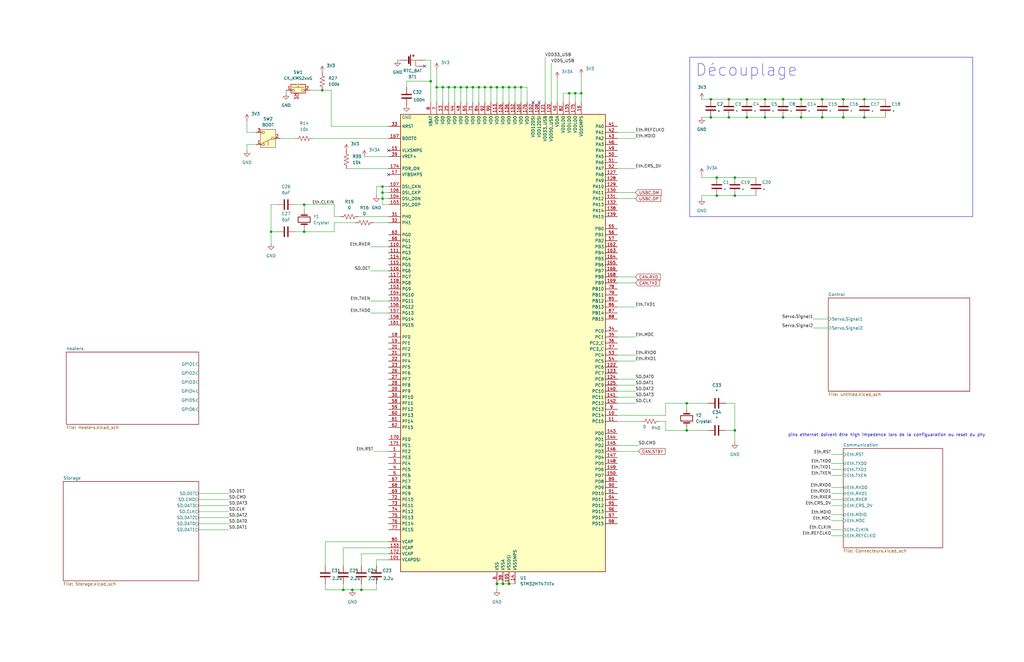
<source format=kicad_sch>
(kicad_sch (version 20250114) (generator "eeschema") (generator_version "9.0")
  (paper "B")
  (lib_symbols
    (symbol "0CSL_D1_V1:Battery_Holder_1025" (pin_numbers (hide yes)) (pin_names (offset 0) (hide yes))
      (property "Reference" "BT" (at 2.54 2.54 0))
      (property "Value" "Battery_Holder_1025" (at 2.54 0 0))
      (symbol "Battery_Holder_1025_0_1"
        (polyline (pts (xy -2.3876 2.8448) (xy -1.3716 2.8448)) (stroke (width 0.254)))
        (rectangle (start -2.286 1.778) (end 2.286 1.524) (fill (type outline)))
        (polyline (pts (xy -1.8796 3.3528) (xy -1.8796 2.3368)) (stroke (width 0.254)))
        (rectangle (start -1.5748 1.1938) (end 1.4732 0.6858) (fill (type outline)))
        (polyline (pts (xy 0 3.81) (xy 2.54 3.81) (xy 2.54 5.08)))
        (polyline (pts (xy 0 2.54) (xy 0 5.08)))
        (polyline (pts (xy 0 1.778) (xy 0 2.54)))
        (polyline (pts (xy 0 0.762) (xy 0 0)))
      )
      (symbol "Battery_Holder_1025_1_1"
        (pin power_out line (at 0 7.62 270) (length 2.54) (name "+") (number "1"))
        (pin passive line (at 0 -2.54 90) (length 2.54) (name "-") (number "2"))
        (pin power_out line (at 2.54 7.62 270) (length 2.54) (name "+") (number "3"))
      )
    )
    (symbol "Device:C" (pin_numbers (hide yes)) (pin_names (offset 0.254))
      (property "Reference" "C" (at 0.635 2.54 0))
      (property "Value" "C" (at 0.635 -2.54 0))
      (symbol "C_0_1"
        (polyline (pts (xy -2.032 0.762) (xy 2.032 0.762)) (stroke (width 0.508)))
        (polyline (pts (xy -2.032 -0.762) (xy 2.032 -0.762)) (stroke (width 0.508)))
      )
      (symbol "C_1_1"
        (pin passive line (at 0 3.81 270) (length 2.794) (name "~") (number "1"))
        (pin passive line (at 0 -3.81 90) (length 2.794) (name "~") (number "2"))
      )
    )
    (symbol "Device:Crystal" (pin_numbers (hide yes)) (pin_names (offset 1.016) (hide yes))
      (property "Reference" "Y" (at 0 3.81 0))
      (property "Value" "Crystal" (at 0 -3.81 0))
      (symbol "Crystal_0_1"
        (polyline (pts (xy -2.54 0) (xy -1.905 0)))
        (polyline (pts (xy -1.905 -1.27) (xy -1.905 1.27)) (stroke (width 0.508)))
        (rectangle (start -1.143 2.54) (end 1.143 -2.54) (stroke (width 0.3048)))
        (polyline (pts (xy 1.905 -1.27) (xy 1.905 1.27)) (stroke (width 0.508)))
        (polyline (pts (xy 2.54 0) (xy 1.905 0)))
      )
      (symbol "Crystal_1_1"
        (pin passive line (at -3.81 0 0) (length 1.27) (name "1") (number "1"))
        (pin passive line (at 3.81 0 180) (length 1.27) (name "2") (number "2"))
      )
    )
    (symbol "Device:R_US" (pin_numbers (hide yes)) (pin_names (offset 0))
      (property "Reference" "R" (at 2.54 0 90))
      (property "Value" "R_US" (at -2.54 0 90))
      (symbol "R_US_0_1"
        (polyline (pts (xy 0 2.286) (xy 0 2.54)))
        (polyline (pts (xy 0 2.286) (xy 1.016 1.905) (xy 0 1.524) (xy -1.016 1.143) (xy 0 0.762)))
        (polyline (pts (xy 0 0.762) (xy 1.016 0.381) (xy 0 0) (xy -1.016 -0.381) (xy 0 -0.762)))
        (polyline (pts (xy 0 -0.762) (xy 1.016 -1.143) (xy 0 -1.524) (xy -1.016 -1.905) (xy 0 -2.286)))
        (polyline (pts (xy 0 -2.286) (xy 0 -2.54)))
      )
      (symbol "R_US_1_1"
        (pin passive line (at 0 3.81 270) (length 1.27) (name "~") (number "1"))
        (pin passive line (at 0 -3.81 90) (length 1.27) (name "~") (number "2"))
      )
    )
    (symbol "MCU_ST_STM32H7:STM32H747IITx"
      (property "Reference" "U" (at -43.18 97.79 0))
      (property "Value" "STM32H747IITx" (at 35.56 97.79 0))
      (symbol "STM32H747IITx_0_1"
        (rectangle (start -43.18 -96.52) (end 43.18 96.52) (stroke (width 0.254)) (fill (type background)))
      )
      (symbol "STM32H747IITx_1_1"
        (pin input line (at -48.26 91.44 0) (length 5.08) (name "NRST") (number "33"))
        (pin input line (at -48.26 86.36 0) (length 5.08) (name "BOOT0") (number "167"))
        (pin power_in line (at -48.26 81.28 0) (length 5.08) (name "VLXSMPS") (number "15"))
        (pin input line (at -48.26 78.74 0) (length 5.08) (name "VREF+") (number "39"))
        (pin input line (at -48.26 73.66 0) (length 5.08) (name "PDR_ON") (number "174"))
        (pin input line (at -48.26 71.12 0) (length 5.08) (name "VFBSMPS") (number "17"))
        (pin bidirectional line (at -48.26 66.04 0) (length 5.08) (name "DSI_CKN") (number "107"))
        (pin bidirectional line (at -48.26 63.5 0) (length 5.08) (name "DSI_CKP") (number "106"))
        (pin bidirectional line (at -48.26 60.96 0) (length 5.08) (name "DSI_D0N") (number "104"))
        (pin bidirectional line (at -48.26 58.42 0) (length 5.08) (name "DSI_D0P") (number "103"))
        (pin bidirectional line (at -48.26 53.34 0) (length 5.08) (name "PH0") (number "31"))
        (pin bidirectional line (at -48.26 50.8 0) (length 5.08) (name "PH1") (number "32"))
        (pin bidirectional line (at -48.26 45.72 0) (length 5.08) (name "PG0") (number "63"))
        (pin bidirectional line (at -48.26 43.18 0) (length 5.08) (name "PG1") (number "66"))
        (pin bidirectional line (at -48.26 40.64 0) (length 5.08) (name "PG2") (number "110"))
        (pin bidirectional line (at -48.26 38.1 0) (length 5.08) (name "PG3") (number "111"))
        (pin bidirectional line (at -48.26 35.56 0) (length 5.08) (name "PG4") (number "114"))
        (pin bidirectional line (at -48.26 33.02 0) (length 5.08) (name "PG5") (number "115"))
        (pin bidirectional line (at -48.26 30.48 0) (length 5.08) (name "PG6") (number "116"))
        (pin bidirectional line (at -48.26 27.94 0) (length 5.08) (name "PG7") (number "117"))
        (pin bidirectional line (at -48.26 25.4 0) (length 5.08) (name "PG8") (number "118"))
        (pin bidirectional line (at -48.26 22.86 0) (length 5.08) (name "PG9") (number "153"))
        (pin bidirectional line (at -48.26 20.32 0) (length 5.08) (name "PG10") (number "154"))
        (pin bidirectional line (at -48.26 17.78 0) (length 5.08) (name "PG11") (number "155"))
        (pin bidirectional line (at -48.26 15.24 0) (length 5.08) (name "PG12") (number "156"))
        (pin bidirectional line (at -48.26 12.7 0) (length 5.08) (name "PG13") (number "157"))
        (pin bidirectional line (at -48.26 10.16 0) (length 5.08) (name "PG14") (number "158"))
        (pin bidirectional line (at -48.26 7.62 0) (length 5.08) (name "PG15") (number "161"))
        (pin bidirectional line (at -48.26 2.54 0) (length 5.08) (name "PF0") (number "18"))
        (pin bidirectional line (at -48.26 0 0) (length 5.08) (name "PF1") (number "19"))
        (pin bidirectional line (at -48.26 -2.54 0) (length 5.08) (name "PF2") (number "20"))
        (pin bidirectional line (at -48.26 -5.08 0) (length 5.08) (name "PF3") (number "21"))
        (pin bidirectional line (at -48.26 -7.62 0) (length 5.08) (name "PF4") (number "22"))
        (pin bidirectional line (at -48.26 -10.16 0) (length 5.08) (name "PF5") (number "23"))
        (pin bidirectional line (at -48.26 -12.7 0) (length 5.08) (name "PF6") (number "26"))
        (pin bidirectional line (at -48.26 -15.24 0) (length 5.08) (name "PF7") (number "27"))
        (pin bidirectional line (at -48.26 -17.78 0) (length 5.08) (name "PF8") (number "28"))
        (pin bidirectional line (at -48.26 -20.32 0) (length 5.08) (name "PF9") (number "29"))
        (pin bidirectional line (at -48.26 -22.86 0) (length 5.08) (name "PF10") (number "30"))
        (pin bidirectional line (at -48.26 -25.4 0) (length 5.08) (name "PF11") (number "58"))
        (pin bidirectional line (at -48.26 -27.94 0) (length 5.08) (name "PF12") (number "59"))
        (pin bidirectional line (at -48.26 -30.48 0) (length 5.08) (name "PF13") (number "60"))
        (pin bidirectional line (at -48.26 -33.02 0) (length 5.08) (name "PF14") (number "61"))
        (pin bidirectional line (at -48.26 -35.56 0) (length 5.08) (name "PF15") (number "62"))
        (pin bidirectional line (at -48.26 -40.64 0) (length 5.08) (name "PE0") (number "170"))
        (pin bidirectional line (at -48.26 -43.18 0) (length 5.08) (name "PE1") (number "171"))
        (pin bidirectional line (at -48.26 -45.72 0) (length 5.08) (name "PE2") (number "1"))
        (pin bidirectional line (at -48.26 -48.26 0) (length 5.08) (name "PE3") (number "2"))
        (pin bidirectional line (at -48.26 -50.8 0) (length 5.08) (name "PE4") (number "3"))
        (pin bidirectional line (at -48.26 -53.34 0) (length 5.08) (name "PE5") (number "4"))
        (pin bidirectional line (at -48.26 -55.88 0) (length 5.08) (name "PE6") (number "5"))
        (pin bidirectional line (at -48.26 -58.42 0) (length 5.08) (name "PE7") (number "67"))
        (pin bidirectional line (at -48.26 -60.96 0) (length 5.08) (name "PE8") (number "68"))
        (pin bidirectional line (at -48.26 -63.5 0) (length 5.08) (name "PE9") (number "69"))
        (pin bidirectional line (at -48.26 -66.04 0) (length 5.08) (name "PE10") (number "72"))
        (pin bidirectional line (at -48.26 -68.58 0) (length 5.08) (name "PE11") (number "73"))
        (pin bidirectional line (at -48.26 -71.12 0) (length 5.08) (name "PE12") (number "74"))
        (pin bidirectional line (at -48.26 -73.66 0) (length 5.08) (name "PE13") (number "75"))
        (pin bidirectional line (at -48.26 -76.2 0) (length 5.08) (name "PE14") (number "76"))
        (pin bidirectional line (at -48.26 -78.74 0) (length 5.08) (name "PE15") (number "77"))
        (pin power_out line (at -48.26 -83.82 0) (length 5.08) (name "VCAP") (number "80"))
        (pin power_out line (at -48.26 -86.36 0) (length 5.08) (name "VCAP") (number "133"))
        (pin power_out line (at -48.26 -88.9 0) (length 5.08) (name "VCAP") (number "172"))
        (pin power_out line (at -48.26 -91.44 0) (length 5.08) (name "VCAPDSI") (number "101"))
        (pin power_in line (at -30.48 101.6 270) (length 5.08) (name "VBAT") (number "8"))
        (pin power_in line (at -27.94 101.6 270) (length 5.08) (name "VDD") (number "7"))
        (pin power_in line (at -25.4 101.6 270) (length 5.08) (name "VDD") (number "13"))
        (pin power_in line (at -22.86 101.6 270) (length 5.08) (name "VDD") (number "25"))
        (pin power_in line (at -20.32 101.6 270) (length 5.08) (name "VDD") (number "44"))
        (pin power_in line (at -17.78 101.6 270) (length 5.08) (name "VDD") (number "48"))
        (pin power_in line (at -15.24 101.6 270) (length 5.08) (name "VDD") (number "65"))
        (pin power_in line (at -12.7 101.6 270) (length 5.08) (name "VDD") (number "71"))
        (pin power_in line (at -10.16 101.6 270) (length 5.08) (name "VDD") (number "84"))
        (pin power_in line (at -7.62 101.6 270) (length 5.08) (name "VDD") (number "92"))
        (pin power_in line (at -5.08 101.6 270) (length 5.08) (name "VDD") (number "99"))
        (pin power_in line (at -2.54 101.6 270) (length 5.08) (name "VDD") (number "113"))
        (pin passive line (at -2.54 -101.6 90) (length 5.08) (hide yes) (name "VSS") (number "100"))
        (pin passive line (at -2.54 -101.6 90) (length 5.08) (hide yes) (name "VSS") (number "112"))
        (pin passive line (at -2.54 -101.6 90) (length 5.08) (hide yes) (name "VSS") (number "119"))
        (pin passive line (at -2.54 -101.6 90) (length 5.08) (hide yes) (name "VSS") (number "12"))
        (pin passive line (at -2.54 -101.6 90) (length 5.08) (hide yes) (name "VSS") (number "134"))
        (pin passive line (at -2.54 -101.6 90) (length 5.08) (hide yes) (name "VSS") (number "137"))
        (pin passive line (at -2.54 -101.6 90) (length 5.08) (hide yes) (name "VSS") (number "151"))
        (pin passive line (at -2.54 -101.6 90) (length 5.08) (hide yes) (name "VSS") (number "159"))
        (pin passive line (at -2.54 -101.6 90) (length 5.08) (hide yes) (name "VSS") (number "173"))
        (pin passive line (at -2.54 -101.6 90) (length 5.08) (hide yes) (name "VSS") (number "24"))
        (pin passive line (at -2.54 -101.6 90) (length 5.08) (hide yes) (name "VSS") (number "45"))
        (pin passive line (at -2.54 -101.6 90) (length 5.08) (hide yes) (name "VSS") (number "47"))
        (pin power_in line (at -2.54 -101.6 90) (length 5.08) (name "VSS") (number "6"))
        (pin passive line (at -2.54 -101.6 90) (length 5.08) (hide yes) (name "VSS") (number "64"))
        (pin passive line (at -2.54 -101.6 90) (length 5.08) (hide yes) (name "VSS") (number "70"))
        (pin passive line (at -2.54 -101.6 90) (length 5.08) (hide yes) (name "VSS") (number "81"))
        (pin passive line (at -2.54 -101.6 90) (length 5.08) (hide yes) (name "VSS") (number "83"))
        (pin passive line (at -2.54 -101.6 90) (length 5.08) (hide yes) (name "VSS") (number "93"))
        (pin power_in line (at 0 101.6 270) (length 5.08) (name "VDD") (number "126"))
        (pin power_in line (at 0 -101.6 90) (length 5.08) (name "VSSA") (number "38"))
        (pin power_in line (at 2.54 101.6 270) (length 5.08) (name "VDD") (number "136"))
        (pin power_in line (at 2.54 -101.6 90) (length 5.08) (name "VSSDSI") (number "105"))
        (pin passive line (at 2.54 -101.6 90) (length 5.08) (hide yes) (name "VSSDSI") (number "109"))
        (pin power_in line (at 5.08 101.6 270) (length 5.08) (name "VDD") (number "152"))
        (pin power_in line (at 5.08 -101.6 90) (length 5.08) (name "VSSSMPS") (number "14"))
        (pin power_in line (at 7.62 101.6 270) (length 5.08) (name "VDD") (number "160"))
        (pin power_in line (at 10.16 101.6 270) (length 5.08) (name "VDD") (number "176"))
        (pin power_in line (at 12.7 101.6 270) (length 5.08) (name "VDD12DSI") (number "102"))
        (pin power_in line (at 15.24 101.6 270) (length 5.08) (name "VDD12DSI") (number "108"))
        (pin power_in line (at 17.78 101.6 270) (length 5.08) (name "VDD33_USB") (number "121"))
        (pin power_in line (at 20.32 101.6 270) (length 5.08) (name "VDD50_USB") (number "120"))
        (pin power_in line (at 22.86 101.6 270) (length 5.08) (name "VDDA") (number "40"))
        (pin power_in line (at 25.4 101.6 270) (length 5.08) (name "VDDLDO") (number "82"))
        (pin power_in line (at 27.94 101.6 270) (length 5.08) (name "VDDLDO") (number "135"))
        (pin power_in line (at 30.48 101.6 270) (length 5.08) (name "VDDLDO") (number "175"))
        (pin power_in line (at 33.02 101.6 270) (length 5.08) (name "VDDSMPS") (number "16"))
        (pin bidirectional line (at 48.26 91.44 180) (length 5.08) (name "PA0") (number "41"))
        (pin bidirectional line (at 48.26 88.9 180) (length 5.08) (name "PA1") (number "42"))
        (pin bidirectional line (at 48.26 86.36 180) (length 5.08) (name "PA2") (number "43"))
        (pin bidirectional line (at 48.26 83.82 180) (length 5.08) (name "PA3") (number "46"))
        (pin bidirectional line (at 48.26 81.28 180) (length 5.08) (name "PA4") (number "49"))
        (pin bidirectional line (at 48.26 78.74 180) (length 5.08) (name "PA5") (number "50"))
        (pin bidirectional line (at 48.26 76.2 180) (length 5.08) (name "PA6") (number "51"))
        (pin bidirectional line (at 48.26 73.66 180) (length 5.08) (name "PA7") (number "52"))
        (pin bidirectional line (at 48.26 71.12 180) (length 5.08) (name "PA8") (number "127"))
        (pin bidirectional line (at 48.26 68.58 180) (length 5.08) (name "PA9") (number "128"))
        (pin bidirectional line (at 48.26 66.04 180) (length 5.08) (name "PA10") (number "129"))
        (pin bidirectional line (at 48.26 63.5 180) (length 5.08) (name "PA11") (number "130"))
        (pin bidirectional line (at 48.26 60.96 180) (length 5.08) (name "PA12") (number "131"))
        (pin bidirectional line (at 48.26 58.42 180) (length 5.08) (name "PA13") (number "132"))
        (pin bidirectional line (at 48.26 55.88 180) (length 5.08) (name "PA14") (number "138"))
        (pin bidirectional line (at 48.26 53.34 180) (length 5.08) (name "PA15") (number "139"))
        (pin bidirectional line (at 48.26 48.26 180) (length 5.08) (name "PB0") (number "55"))
        (pin bidirectional line (at 48.26 45.72 180) (length 5.08) (name "PB1") (number "56"))
        (pin bidirectional line (at 48.26 43.18 180) (length 5.08) (name "PB2") (number "57"))
        (pin bidirectional line (at 48.26 40.64 180) (length 5.08) (name "PB3") (number "162"))
        (pin bidirectional line (at 48.26 38.1 180) (length 5.08) (name "PB4") (number "163"))
        (pin bidirectional line (at 48.26 35.56 180) (length 5.08) (name "PB5") (number "164"))
        (pin bidirectional line (at 48.26 33.02 180) (length 5.08) (name "PB6") (number "165"))
        (pin bidirectional line (at 48.26 30.48 180) (length 5.08) (name "PB7") (number "166"))
        (pin bidirectional line (at 48.26 27.94 180) (length 5.08) (name "PB8") (number "168"))
        (pin bidirectional line (at 48.26 25.4 180) (length 5.08) (name "PB9") (number "169"))
        (pin bidirectional line (at 48.26 22.86 180) (length 5.08) (name "PB10") (number "78"))
        (pin bidirectional line (at 48.26 20.32 180) (length 5.08) (name "PB11") (number "79"))
        (pin bidirectional line (at 48.26 17.78 180) (length 5.08) (name "PB12") (number "85"))
        (pin bidirectional line (at 48.26 15.24 180) (length 5.08) (name "PB13") (number "86"))
        (pin bidirectional line (at 48.26 12.7 180) (length 5.08) (name "PB14") (number "87"))
        (pin bidirectional line (at 48.26 10.16 180) (length 5.08) (name "PB15") (number "88"))
        (pin bidirectional line (at 48.26 5.08 180) (length 5.08) (name "PC0") (number "34"))
        (pin bidirectional line (at 48.26 2.54 180) (length 5.08) (name "PC1") (number "35"))
        (pin bidirectional line (at 48.26 0 180) (length 5.08) (name "PC2_C") (number "36"))
        (pin bidirectional line (at 48.26 -2.54 180) (length 5.08) (name "PC3_C") (number "37"))
        (pin bidirectional line (at 48.26 -5.08 180) (length 5.08) (name "PC4") (number "53"))
        (pin bidirectional line (at 48.26 -7.62 180) (length 5.08) (name "PC5") (number "54"))
        (pin bidirectional line (at 48.26 -10.16 180) (length 5.08) (name "PC6") (number "122"))
        (pin bidirectional line (at 48.26 -12.7 180) (length 5.08) (name "PC7") (number "123"))
        (pin bidirectional line (at 48.26 -15.24 180) (length 5.08) (name "PC8") (number "124"))
        (pin bidirectional line (at 48.26 -17.78 180) (length 5.08) (name "PC9") (number "125"))
        (pin bidirectional line (at 48.26 -20.32 180) (length 5.08) (name "PC10") (number "140"))
        (pin bidirectional line (at 48.26 -22.86 180) (length 5.08) (name "PC11") (number "141"))
        (pin bidirectional line (at 48.26 -25.4 180) (length 5.08) (name "PC12") (number "142"))
        (pin bidirectional line (at 48.26 -27.94 180) (length 5.08) (name "PC13") (number "9"))
        (pin bidirectional line (at 48.26 -30.48 180) (length 5.08) (name "PC14") (number "10"))
        (pin bidirectional line (at 48.26 -33.02 180) (length 5.08) (name "PC15") (number "11"))
        (pin bidirectional line (at 48.26 -38.1 180) (length 5.08) (name "PD0") (number "143"))
        (pin bidirectional line (at 48.26 -40.64 180) (length 5.08) (name "PD1") (number "144"))
        (pin bidirectional line (at 48.26 -43.18 180) (length 5.08) (name "PD2") (number "145"))
        (pin bidirectional line (at 48.26 -45.72 180) (length 5.08) (name "PD3") (number "146"))
        (pin bidirectional line (at 48.26 -48.26 180) (length 5.08) (name "PD4") (number "147"))
        (pin bidirectional line (at 48.26 -50.8 180) (length 5.08) (name "PD5") (number "148"))
        (pin bidirectional line (at 48.26 -53.34 180) (length 5.08) (name "PD6") (number "149"))
        (pin bidirectional line (at 48.26 -55.88 180) (length 5.08) (name "PD7") (number "150"))
        (pin bidirectional line (at 48.26 -58.42 180) (length 5.08) (name "PD8") (number "89"))
        (pin bidirectional line (at 48.26 -60.96 180) (length 5.08) (name "PD9") (number "90"))
        (pin bidirectional line (at 48.26 -63.5 180) (length 5.08) (name "PD10") (number "91"))
        (pin bidirectional line (at 48.26 -66.04 180) (length 5.08) (name "PD11") (number "94"))
        (pin bidirectional line (at 48.26 -68.58 180) (length 5.08) (name "PD12") (number "95"))
        (pin bidirectional line (at 48.26 -71.12 180) (length 5.08) (name "PD13") (number "96"))
        (pin bidirectional line (at 48.26 -73.66 180) (length 5.08) (name "PD14") (number "97"))
        (pin bidirectional line (at 48.26 -76.2 180) (length 5.08) (name "PD15") (number "98"))
      )
    )
    (symbol "Switch:CK_KMS2xxG" (pin_names (offset 1.016) (hide yes))
      (property "Reference" "SW" (at 4.318 2.032 0))
      (property "Value" "CK_KMS2xxG" (at 0 4.572 0))
      (symbol "CK_KMS2xxG_0_1"
        (circle (center -2.032 0) (radius 0.508))
        (polyline (pts (xy 0 1.27) (xy 0 3.048)))
        (polyline (pts (xy 0.508 2.54) (xy 3.048 2.54) (xy 3.048 -1.143) (xy -3.048 -1.143) (xy -3.048 2.54) (xy -0.508 2.54)) (stroke (width -0.0254)))
        (polyline (pts (xy 0.508 2.54) (xy 3.048 2.54) (xy 3.048 -1.143) (xy -3.048 -1.143) (xy -3.048 2.54) (xy -0.508 2.54)) (stroke (width 0.254)))
        (circle (center 2.032 0) (radius 0.508))
        (polyline (pts (xy 2.54 1.27) (xy -2.54 1.27)))
        (pin passive line (at -5.08 0 0) (length 2.54) (name "1") (number "1"))
        (pin passive line (at 5.08 0 180) (length 2.54) (name "2") (number "2"))
      )
      (symbol "CK_KMS2xxG_1_1"
        (rectangle (start -3.048 2.54) (end 3.048 -1.27) (stroke (width -0.0254)) (fill (type background)))
        (pin passive line (at 0 -3.81 90) (length 2.54) (name "B") (number "SH"))
      )
    )
    (symbol "Switch:SW_Push_SPDT" (pin_names (offset 0) (hide yes))
      (property "Reference" "SW" (at 0 5.08 0))
      (property "Value" "SW_Push_SPDT" (at 0 -5.08 0))
      (symbol "SW_Push_SPDT_0_0"
        (circle (center -2.032 0) (radius 0.508))
        (polyline (pts (xy 0 1.016) (xy 0 3.048)))
        (circle (center 2.032 -2.54) (radius 0.508))
      )
      (symbol "SW_Push_SPDT_0_1"
        (polyline (pts (xy -1.524 0.2032) (xy 2.3368 1.9812)))
        (circle (center 2.032 2.54) (radius 0.508))
      )
      (symbol "SW_Push_SPDT_1_1"
        (rectangle (start -3.175 3.81) (end 3.175 -3.81) (fill (type background)))
        (pin passive line (at -5.08 0 0) (length 2.54) (name "B") (number "2"))
        (pin passive line (at 5.08 2.54 180) (length 2.54) (name "A") (number "1"))
        (pin passive line (at 5.08 -2.54 180) (length 2.54) (name "C") (number "3"))
      )
    )
    (symbol "power:+3.3V" (power) (pin_numbers (hide yes)) (pin_names (offset 0) (hide yes))
      (property "Value" "+3.3V" (at 0 3.556 0))
      (symbol "+3.3V_0_1"
        (polyline (pts (xy -0.762 1.27) (xy 0 2.54)))
        (polyline (pts (xy 0 2.54) (xy 0.762 1.27)))
        (polyline (pts (xy 0 0) (xy 0 2.54)))
      )
      (symbol "+3.3V_1_1"
        (pin power_in line (at 0 0 90) (length 0) (name "~") (number "1"))
      )
    )
    (symbol "power:GND" (power) (pin_numbers (hide yes)) (pin_names (offset 0) (hide yes))
      (property "Value" "GND" (at 0 -3.81 0))
      (symbol "GND_0_1"
        (polyline (pts (xy 0 0) (xy 0 -1.27) (xy 1.27 -1.27) (xy 0 -2.54) (xy -1.27 -1.27) (xy 0 -1.27)))
      )
      (symbol "GND_1_1"
        (pin power_in line (at 0 0 270) (length 0) (name "~") (number "1"))
      )
    )
  )
  (rectangle (start 290.83 24.13) (end 410.21 91.44))
  (text "pins ethernet doivent être high impedence lors de la configuaration ou reset du phy" (at 373.888 183.642 0) (effects (font (size 1.27 1.27))))
  (text "Découplage" (at 293.116 29.718 0) (effects (font (size 5 5)) (justify left)))
  (junction (at 337.82 41.91))
  (junction (at 181.61 34.29))
  (junction (at 161.29 81.28))
  (junction (at 245.11 39.37))
  (junction (at 302.26 74.93))
  (junction (at 217.17 36.83))
  (junction (at 148.59 248.92))
  (junction (at 199.39 36.83))
  (junction (at 314.96 49.53))
  (junction (at 355.6 49.53))
  (junction (at 135.89 38.1))
  (junction (at 161.29 78.74))
  (junction (at 314.96 41.91))
  (junction (at 330.2 49.53))
  (junction (at 214.63 246.38))
  (junction (at 309.88 181.61))
  (junction (at 322.58 49.53))
  (junction (at 204.47 36.83))
  (junction (at 128.27 86.36))
  (junction (at 196.85 36.83))
  (junction (at 201.93 36.83))
  (junction (at 194.31 36.83))
  (junction (at 191.77 36.83))
  (junction (at 219.71 36.83))
  (junction (at 128.27 97.79))
  (junction (at 161.29 83.82))
  (junction (at 209.55 246.38))
  (junction (at 309.88 82.55))
  (junction (at 355.6 41.91))
  (junction (at 186.69 36.83))
  (junction (at 289.56 170.18))
  (junction (at 337.82 49.53))
  (junction (at 364.49 49.53))
  (junction (at 289.56 181.61))
  (junction (at 144.78 248.92))
  (junction (at 346.71 49.53))
  (junction (at 152.4 248.92))
  (junction (at 307.34 41.91))
  (junction (at 302.26 82.55))
  (junction (at 212.09 36.83))
  (junction (at 242.57 39.37))
  (junction (at 189.23 36.83))
  (junction (at 307.34 49.53))
  (junction (at 240.03 39.37))
  (junction (at 214.63 36.83))
  (junction (at 209.55 36.83))
  (junction (at 346.71 41.91))
  (junction (at 184.15 36.83))
  (junction (at 364.49 41.91))
  (junction (at 114.3 97.79))
  (junction (at 299.72 41.91))
  (junction (at 330.2 41.91))
  (junction (at 299.72 49.53))
  (junction (at 212.09 246.38))
  (junction (at 322.58 41.91))
  (junction (at 309.88 74.93))
  (junction (at 207.01 36.83))
  (no_connect (at 179.07 27.94))
  (no_connect (at 163.83 73.66))
  (no_connect (at 224.79 43.18))
  (no_connect (at 163.83 63.5))
  (no_connect (at 227.33 43.18))
  (wire (pts (xy 204.47 36.83) (xy 201.93 36.83)))
  (wire (pts (xy 128.27 97.79) (xy 124.46 97.79)))
  (wire (pts (xy 137.16 246.38) (xy 137.16 248.92)))
  (wire (pts (xy 161.29 81.28) (xy 163.83 81.28)))
  (wire (pts (xy 156.21 114.3) (xy 163.83 114.3)))
  (wire (pts (xy 355.6 49.53) (xy 364.49 49.53)))
  (wire (pts (xy 96.52 218.44) (xy 83.82 218.44)))
  (wire (pts (xy 107.95 55.88) (xy 104.14 55.88)))
  (wire (pts (xy 260.35 142.24) (xy 267.97 142.24)))
  (wire (pts (xy 128.27 86.36) (xy 124.46 86.36)))
  (wire (pts (xy 364.49 41.91) (xy 373.38 41.91)))
  (wire (pts (xy 104.14 60.96) (xy 104.14 63.5)))
  (wire (pts (xy 350.52 219.71) (xy 355.6 219.71)))
  (wire (pts (xy 280.67 177.8) (xy 280.67 181.61)))
  (wire (pts (xy 289.56 180.34) (xy 289.56 181.61)))
  (wire (pts (xy 295.91 74.93) (xy 302.26 74.93)))
  (wire (pts (xy 302.26 74.93) (xy 309.88 74.93)))
  (wire (pts (xy 337.82 49.53) (xy 346.71 49.53)))
  (wire (pts (xy 139.7 53.34) (xy 163.83 53.34)))
  (wire (pts (xy 260.35 177.8) (xy 270.51 177.8)))
  (wire (pts (xy 209.55 246.38) (xy 212.09 246.38)))
  (wire (pts (xy 295.91 41.91) (xy 299.72 41.91)))
  (wire (pts (xy 240.03 39.37) (xy 242.57 39.37)))
  (wire (pts (xy 350.52 213.36) (xy 355.6 213.36)))
  (wire (pts (xy 350.52 208.28) (xy 355.6 208.28)))
  (wire (pts (xy 161.29 81.28) (xy 161.29 83.82)))
  (wire (pts (xy 135.89 38.1) (xy 139.7 38.1)))
  (wire (pts (xy 330.2 41.91) (xy 337.82 41.91)))
  (wire (pts (xy 219.71 36.83) (xy 217.17 36.83)))
  (wire (pts (xy 280.67 181.61) (xy 289.56 181.61)))
  (wire (pts (xy 167.64 25.4) (xy 168.91 25.4)))
  (wire (pts (xy 189.23 36.83) (xy 186.69 36.83)))
  (wire (pts (xy 217.17 36.83) (xy 217.17 43.18)))
  (wire (pts (xy 191.77 36.83) (xy 189.23 36.83)))
  (wire (pts (xy 289.56 170.18) (xy 298.45 170.18)))
  (wire (pts (xy 346.71 41.91) (xy 355.6 41.91)))
  (wire (pts (xy 267.97 165.1) (xy 260.35 165.1)))
  (wire (pts (xy 156.21 132.08) (xy 163.83 132.08)))
  (wire (pts (xy 96.52 210.82) (xy 83.82 210.82)))
  (wire (pts (xy 309.88 82.55) (xy 318.77 82.55)))
  (wire (pts (xy 161.29 78.74) (xy 161.29 81.28)))
  (wire (pts (xy 161.29 83.82) (xy 161.29 86.36)))
  (wire (pts (xy 96.52 213.36) (xy 83.82 213.36)))
  (wire (pts (xy 260.35 71.12) (xy 267.97 71.12)))
  (wire (pts (xy 260.35 119.38) (xy 267.97 119.38)))
  (wire (pts (xy 280.67 170.18) (xy 289.56 170.18)))
  (wire (pts (xy 350.52 195.58) (xy 355.6 195.58)))
  (wire (pts (xy 212.09 246.38) (xy 214.63 246.38)))
  (wire (pts (xy 355.6 41.91) (xy 364.49 41.91)))
  (wire (pts (xy 118.11 58.42) (xy 124.46 58.42)))
  (wire (pts (xy 309.88 181.61) (xy 306.07 181.61)))
  (wire (pts (xy 299.72 41.91) (xy 307.34 41.91)))
  (wire (pts (xy 144.78 231.14) (xy 163.83 231.14)))
  (wire (pts (xy 161.29 83.82) (xy 163.83 83.82)))
  (wire (pts (xy 207.01 36.83) (xy 204.47 36.83)))
  (wire (pts (xy 307.34 49.53) (xy 299.72 49.53)))
  (wire (pts (xy 146.05 71.12) (xy 163.83 71.12)))
  (wire (pts (xy 179.07 25.4) (xy 181.61 25.4)))
  (wire (pts (xy 191.77 36.83) (xy 191.77 43.18)))
  (wire (pts (xy 260.35 116.84) (xy 267.97 116.84)))
  (wire (pts (xy 350.52 205.74) (xy 355.6 205.74)))
  (wire (pts (xy 350.52 217.17) (xy 355.6 217.17)))
  (wire (pts (xy 140.97 86.36) (xy 140.97 91.44)))
  (wire (pts (xy 148.59 248.92) (xy 152.4 248.92)))
  (wire (pts (xy 350.52 226.06) (xy 355.6 226.06)))
  (wire (pts (xy 337.82 49.53) (xy 330.2 49.53)))
  (wire (pts (xy 214.63 36.83) (xy 212.09 36.83)))
  (wire (pts (xy 158.75 246.38) (xy 158.75 248.92)))
  (wire (pts (xy 314.96 41.91) (xy 322.58 41.91)))
  (wire (pts (xy 350.52 223.52) (xy 355.6 223.52)))
  (wire (pts (xy 96.52 220.98) (xy 83.82 220.98)))
  (wire (pts (xy 295.91 82.55) (xy 302.26 82.55)))
  (wire (pts (xy 245.11 39.37) (xy 245.11 43.18)))
  (wire (pts (xy 96.52 208.28) (xy 83.82 208.28)))
  (wire (pts (xy 104.14 60.96) (xy 107.95 60.96)))
  (wire (pts (xy 158.75 78.74) (xy 161.29 78.74)))
  (wire (pts (xy 186.69 36.83) (xy 184.15 36.83)))
  (wire (pts (xy 373.38 49.53) (xy 364.49 49.53)))
  (wire (pts (xy 144.78 248.92) (xy 148.59 248.92)))
  (wire (pts (xy 245.11 31.75) (xy 245.11 39.37)))
  (wire (pts (xy 137.16 248.92) (xy 144.78 248.92)))
  (wire (pts (xy 163.83 233.68) (xy 152.4 233.68)))
  (wire (pts (xy 209.55 246.38) (xy 209.55 248.92)))
  (wire (pts (xy 350.52 200.66) (xy 355.6 200.66)))
  (wire (pts (xy 194.31 36.83) (xy 191.77 36.83)))
  (wire (pts (xy 280.67 175.26) (xy 280.67 170.18)))
  (wire (pts (xy 222.25 36.83) (xy 219.71 36.83)))
  (wire (pts (xy 229.87 24.13) (xy 229.87 43.18)))
  (wire (pts (xy 128.27 86.36) (xy 140.97 86.36)))
  (wire (pts (xy 237.49 43.18) (xy 237.49 39.37)))
  (wire (pts (xy 114.3 97.79) (xy 114.3 102.87)))
  (wire (pts (xy 260.35 83.82) (xy 267.97 83.82)))
  (wire (pts (xy 137.16 228.6) (xy 163.83 228.6)))
  (wire (pts (xy 204.47 36.83) (xy 204.47 43.18)))
  (wire (pts (xy 309.88 170.18) (xy 309.88 181.61)))
  (wire (pts (xy 144.78 238.76) (xy 144.78 231.14)))
  (wire (pts (xy 186.69 36.83) (xy 186.69 43.18)))
  (wire (pts (xy 219.71 36.83) (xy 219.71 43.18)))
  (wire (pts (xy 207.01 36.83) (xy 207.01 43.18)))
  (wire (pts (xy 302.26 82.55) (xy 309.88 82.55)))
  (wire (pts (xy 232.41 26.67) (xy 232.41 43.18)))
  (wire (pts (xy 278.13 177.8) (xy 280.67 177.8)))
  (wire (pts (xy 104.14 50.8) (xy 104.14 55.88)))
  (wire (pts (xy 267.97 167.64) (xy 260.35 167.64)))
  (wire (pts (xy 342.9 138.43) (xy 349.25 138.43)))
  (wire (pts (xy 209.55 36.83) (xy 207.01 36.83)))
  (wire (pts (xy 289.56 170.18) (xy 289.56 172.72)))
  (wire (pts (xy 242.57 39.37) (xy 245.11 39.37)))
  (wire (pts (xy 128.27 96.52) (xy 128.27 97.79)))
  (wire (pts (xy 140.97 93.98) (xy 140.97 97.79)))
  (wire (pts (xy 181.61 25.4) (xy 181.61 34.29)))
  (wire (pts (xy 260.35 81.28) (xy 267.97 81.28)))
  (wire (pts (xy 201.93 36.83) (xy 201.93 43.18)))
  (wire (pts (xy 260.35 190.5) (xy 269.24 190.5)))
  (wire (pts (xy 309.88 74.93) (xy 318.77 74.93)))
  (wire (pts (xy 350.52 191.77) (xy 355.6 191.77)))
  (wire (pts (xy 199.39 36.83) (xy 199.39 43.18)))
  (wire (pts (xy 314.96 49.53) (xy 307.34 49.53)))
  (wire (pts (xy 267.97 170.18) (xy 260.35 170.18)))
  (wire (pts (xy 152.4 248.92) (xy 158.75 248.92)))
  (wire (pts (xy 140.97 93.98) (xy 149.86 93.98)))
  (wire (pts (xy 222.25 43.18) (xy 222.25 36.83)))
  (wire (pts (xy 240.03 39.37) (xy 240.03 43.18)))
  (wire (pts (xy 171.45 36.83) (xy 171.45 34.29)))
  (wire (pts (xy 260.35 129.54) (xy 267.97 129.54)))
  (wire (pts (xy 307.34 41.91) (xy 314.96 41.91)))
  (wire (pts (xy 114.3 97.79) (xy 116.84 97.79)))
  (wire (pts (xy 151.13 91.44) (xy 163.83 91.44)))
  (wire (pts (xy 189.23 36.83) (xy 189.23 43.18)))
  (wire (pts (xy 242.57 39.37) (xy 242.57 43.18)))
  (wire (pts (xy 214.63 246.38) (xy 217.17 246.38)))
  (wire (pts (xy 158.75 238.76) (xy 158.75 236.22)))
  (wire (pts (xy 114.3 86.36) (xy 116.84 86.36)))
  (wire (pts (xy 295.91 83.82) (xy 295.91 82.55)))
  (wire (pts (xy 199.39 36.83) (xy 196.85 36.83)))
  (wire (pts (xy 194.31 36.83) (xy 194.31 43.18)))
  (wire (pts (xy 337.82 41.91) (xy 346.71 41.91)))
  (wire (pts (xy 132.08 58.42) (xy 163.83 58.42)))
  (wire (pts (xy 196.85 36.83) (xy 196.85 43.18)))
  (wire (pts (xy 140.97 97.79) (xy 128.27 97.79)))
  (wire (pts (xy 181.61 34.29) (xy 181.61 43.18)))
  (wire (pts (xy 156.21 104.14) (xy 163.83 104.14)))
  (wire (pts (xy 163.83 78.74) (xy 161.29 78.74)))
  (wire (pts (xy 260.35 58.42) (xy 267.97 58.42)))
  (wire (pts (xy 330.2 49.53) (xy 322.58 49.53)))
  (wire (pts (xy 156.21 127) (xy 163.83 127)))
  (wire (pts (xy 260.35 175.26) (xy 280.67 175.26)))
  (wire (pts (xy 96.52 223.52) (xy 83.82 223.52)))
  (wire (pts (xy 152.4 246.38) (xy 152.4 248.92)))
  (wire (pts (xy 152.4 233.68) (xy 152.4 238.76)))
  (wire (pts (xy 260.35 149.86) (xy 267.97 149.86)))
  (wire (pts (xy 295.91 73.66) (xy 295.91 74.93)))
  (wire (pts (xy 139.7 38.1) (xy 139.7 53.34)))
  (wire (pts (xy 289.56 181.61) (xy 298.45 181.61)))
  (wire (pts (xy 350.52 198.12) (xy 355.6 198.12)))
  (wire (pts (xy 201.93 36.83) (xy 199.39 36.83)))
  (wire (pts (xy 130.81 38.1) (xy 135.89 38.1)))
  (wire (pts (xy 184.15 36.83) (xy 184.15 43.18)))
  (wire (pts (xy 314.96 49.53) (xy 322.58 49.53)))
  (wire (pts (xy 342.9 134.62) (xy 349.25 134.62)))
  (wire (pts (xy 120.65 38.1) (xy 120.65 39.37)))
  (wire (pts (xy 267.97 160.02) (xy 260.35 160.02)))
  (wire (pts (xy 153.67 66.04) (xy 163.83 66.04)))
  (wire (pts (xy 114.3 97.79) (xy 114.3 86.36)))
  (wire (pts (xy 209.55 36.83) (xy 209.55 43.18)))
  (wire (pts (xy 309.88 170.18) (xy 306.07 170.18)))
  (wire (pts (xy 137.16 238.76) (xy 137.16 228.6)))
  (wire (pts (xy 350.52 210.82) (xy 355.6 210.82)))
  (wire (pts (xy 309.88 181.61) (xy 309.88 186.69)))
  (wire (pts (xy 157.48 93.98) (xy 163.83 93.98)))
  (wire (pts (xy 158.75 236.22) (xy 163.83 236.22)))
  (wire (pts (xy 158.75 82.55) (xy 158.75 78.74)))
  (wire (pts (xy 237.49 39.37) (xy 240.03 39.37)))
  (wire (pts (xy 355.6 49.53) (xy 346.71 49.53)))
  (wire (pts (xy 214.63 36.83) (xy 214.63 43.18)))
  (wire (pts (xy 299.72 49.53) (xy 295.91 49.53)))
  (wire (pts (xy 212.09 36.83) (xy 212.09 43.18)))
  (wire (pts (xy 157.48 190.5) (xy 163.83 190.5)))
  (wire (pts (xy 269.24 187.96) (xy 260.35 187.96)))
  (wire (pts (xy 217.17 36.83) (xy 214.63 36.83)))
  (wire (pts (xy 234.95 33.02) (xy 234.95 43.18)))
  (wire (pts (xy 184.15 29.21) (xy 184.15 36.83)))
  (wire (pts (xy 171.45 34.29) (xy 181.61 34.29)))
  (wire (pts (xy 161.29 86.36) (xy 163.83 86.36)))
  (wire (pts (xy 144.78 246.38) (xy 144.78 248.92)))
  (wire (pts (xy 96.52 215.9) (xy 83.82 215.9)))
  (wire (pts (xy 322.58 41.91) (xy 330.2 41.91)))
  (wire (pts (xy 140.97 91.44) (xy 143.51 91.44)))
  (wire (pts (xy 260.35 152.4) (xy 267.97 152.4)))
  (wire (pts (xy 196.85 36.83) (xy 194.31 36.83)))
  (wire (pts (xy 212.09 36.83) (xy 209.55 36.83)))
  (wire (pts (xy 267.97 55.88) (xy 260.35 55.88)))
  (wire (pts (xy 267.97 162.56) (xy 260.35 162.56)))
  (wire (pts (xy 128.27 86.36) (xy 128.27 88.9)))
  (label "SD.CLK" (at 267.97 170.18 0))
  (label "SD.DET" (at 156.21 114.3 180))
  (label "Servo.Signal2" (at 342.9 138.43 180))
  (label "VDD5_USB" (at 232.41 26.67 0))
  (label "Eth.CRS_DV" (at 350.52 213.36 180))
  (label "Eth.TXD0" (at 156.21 132.08 180))
  (label "SD.CMD" (at 96.52 210.82 0))
  (label "Eth.TXD1" (at 267.97 129.54 0))
  (label "Eth.CLKIN" (at 140.97 86.36 180))
  (label "SD.DET" (at 96.52 208.28 0))
  (label "Eth.RXD1" (at 267.97 152.4 0))
  (label "SD.DAT2" (at 267.97 165.1 0))
  (label "Eth.RST" (at 350.52 191.77 180))
  (label "SD.DAT3" (at 267.97 167.64 0))
  (label "SD.DAT0" (at 267.97 160.02 0))
  (label "SD.DAT3" (at 96.52 213.36 0))
  (label "VDD33_USB" (at 229.87 24.13 0))
  (label "Eth.RXD0" (at 350.52 205.74 180))
  (label "Eth.TXD1" (at 350.52 198.12 180))
  (label "Eth.MDIO" (at 350.52 217.17 180))
  (label "Eth.RXER" (at 156.21 104.14 180))
  (label "Eth.RXER" (at 350.52 210.82 180))
  (label "Eth.REFCLKO" (at 267.97 55.88 0))
  (label "Eth.RXD0" (at 267.97 149.86 0))
  (label "SD.DAT1" (at 96.52 223.52 0))
  (label "SD.CLK" (at 96.52 215.9 0))
  (label "Eth.CRS_DV" (at 267.97 71.12 0))
  (label "Eth.MDC" (at 350.52 219.71 180))
  (label "Eth.MDIO" (at 267.97 58.42 0))
  (label "Eth.MDC" (at 267.97 142.24 0))
  (label "Servo.Signal1" (at 342.9 134.62 180))
  (label "Eth.TXD0" (at 350.52 195.58 180))
  (label "SD.DAT2" (at 96.52 218.44 0))
  (label "SD.DAT0" (at 96.52 220.98 0))
  (label "Eth.REFCLKO" (at 350.52 226.06 180))
  (label "Eth.TXEN" (at 350.52 200.66 180))
  (label "Eth.RXD1" (at 350.52 208.28 180))
  (label "Eth.RST" (at 157.48 190.5 180))
  (label "SD.DAT1" (at 267.97 162.56 0))
  (label "SD.CMD" (at 269.24 187.96 0))
  (label "Eth.CLKIN" (at 350.52 223.52 180))
  (label "Eth.TXEN" (at 156.21 127 180))
  (global_label "CAN.RXD" (shape input) (at 267.97 116.84 0) (property "Intersheetrefs" "${INTERSHEET_REFS}" (effects (hide yes))))
  (global_label "CAN.TXD" (shape input) (at 267.97 119.38 0) (property "Intersheetrefs" "${INTERSHEET_REFS}" (effects (hide yes))))
  (global_label "USBC.DM" (shape input) (at 267.97 81.28 0) (property "Intersheetrefs" "${INTERSHEET_REFS}" (effects (hide yes))))
  (global_label "CAN.STBY" (shape input) (at 269.24 190.5 0) (property "Intersheetrefs" "${INTERSHEET_REFS}" (effects (hide yes))))
  (global_label "USBC.DP" (shape input) (at 267.97 83.82 0) (property "Intersheetrefs" "${INTERSHEET_REFS}" (effects (hide yes))))
  (symbol (lib_id "power:+3.3V") (at 146.05 63.5 0) (unit 1)
    (property "Reference" "#PWR050" (effects (hide yes)))
    (property "Value" "3V3" (at 147.828 60.706 0) (effects (justify left)))
    (property "Description" "Power symbol creates a global label with name \"+3.3V\"" (effects (hide yes)))
  )
  (symbol (lib_id "power:GND") (at 167.64 25.4 0) (unit 1)
    (property "Reference" "#PWR049" (effects (hide yes)))
    (property "Value" "GND" (at 167.64 30.48 0))
    (property "Description" "Power symbol creates a global label with name \"GND\" , ground" (effects (hide yes)))
  )
  (symbol (lib_id "power:GND") (at 148.59 248.92 0) (unit 1)
    (property "Reference" "#PWR044" (effects (hide yes)))
    (property "Value" "GND" (at 148.59 254 0))
    (property "Description" "Power symbol creates a global label with name \"GND\" , ground" (effects (hide yes)))
  )
  (symbol (lib_id "power:GND") (at 114.3 102.87 0) (unit 1)
    (property "Reference" "#PWR048" (effects (hide yes)))
    (property "Value" "GND" (at 114.3 107.95 0))
    (property "Description" "Power symbol creates a global label with name \"GND\" , ground" (effects (hide yes)))
  )
  (symbol (lib_id "Device:C") (at 144.78 242.57 0) (unit 1)
    (property "Reference" "C25" (at 147.32 240.792 0) (effects (justify left)))
    (property "Value" "2.2u" (at 147.574 244.094 0) (effects (justify left)))
    (property "Description" "Unpolarized capacitor" (effects (hide yes)))
  )
  (symbol (lib_id "Device:C") (at 302.26 170.18 90) (unit 1)
    (property "Reference" "C33" (at 302.26 162.56 90))
    (property "Value" "*" (at 302.26 165.1 90))
    (property "Description" "Unpolarized capacitor" (effects (hide yes)))
  )
  (symbol (lib_id "Device:Crystal") (at 289.56 176.53 90) (unit 1)
    (property "Reference" "Y2" (at 293.37 175.2599 90) (effects (justify right)))
    (property "Value" "Crystal" (at 293.37 177.7999 90) (effects (justify right)))
    (property "Footprint" "Crystal:Crystal_SMD_3225-4Pin_3.2x2.5mm" (effects (hide yes)))
    (property "Description" "Two pin crystal" (effects (hide yes)))
  )
  (symbol (lib_id "Device:C") (at 158.75 242.57 0) (unit 1)
    (property "Reference" "C23" (at 161.29 240.792 0) (effects (justify left)))
    (property "Value" "2.2u" (at 161.544 244.094 0) (effects (justify left)))
    (property "Description" "Unpolarized capacitor" (effects (hide yes)))
  )
  (symbol (lib_id "Device:C") (at 364.49 45.72 0) (unit 1)
    (property "Reference" "C17" (at 367.03 43.942 0) (effects (justify left)))
    (property "Value" "*" (at 367.284 47.244 0) (effects (justify left)))
    (property "Description" "Unpolarized capacitor" (effects (hide yes)))
  )
  (symbol (lib_id "power:GND") (at 209.55 248.92 0) (unit 1)
    (property "Reference" "#PWR046" (effects (hide yes)))
    (property "Value" "GND" (at 209.55 254 0))
    (property "Description" "Power symbol creates a global label with name \"GND\" , ground" (effects (hide yes)))
  )
  (symbol (lib_id "Device:R_US") (at 128.27 58.42 90) (unit 1)
    (property "Reference" "R14" (at 128.27 52.07 90))
    (property "Value" "10k" (at 128.27 54.61 90))
    (property "Description" "Resistor, US symbol" (effects (hide yes)))
  )
  (symbol (lib_id "Device:C") (at 322.58 45.72 0) (unit 1)
    (property "Reference" "C5" (at 325.12 43.942 0) (effects (justify left)))
    (property "Value" "*" (at 325.374 47.244 0) (effects (justify left)))
    (property "Description" "Unpolarized capacitor" (effects (hide yes)))
  )
  (symbol (lib_id "Device:C") (at 346.71 45.72 0) (unit 1)
    (property "Reference" "C15" (at 349.25 43.942 0) (effects (justify left)))
    (property "Value" "*" (at 349.504 47.244 0) (effects (justify left)))
    (property "Description" "Unpolarized capacitor" (effects (hide yes)))
  )
  (symbol (lib_id "Device:C") (at 309.88 78.74 0) (unit 1)
    (property "Reference" "C19" (at 312.42 76.962 0) (effects (justify left)))
    (property "Value" "*" (at 312.674 80.264 0) (effects (justify left)))
    (property "Description" "Unpolarized capacitor" (effects (hide yes)))
  )
  (symbol (lib_id "Device:C") (at 330.2 45.72 0) (unit 1)
    (property "Reference" "C8" (at 332.74 43.942 0) (effects (justify left)))
    (property "Value" "*" (at 332.994 47.244 0) (effects (justify left)))
    (property "Description" "Unpolarized capacitor" (effects (hide yes)))
  )
  (symbol (lib_id "Device:R_US") (at 147.32 91.44 90) (unit 1)
    (property "Reference" "R15" (at 147.32 85.09 90))
    (property "Value" "0" (at 147.32 87.63 90))
    (property "Description" "Resistor, US symbol" (effects (hide yes)))
  )
  (symbol (lib_id "Device:C") (at 373.38 45.72 0) (unit 1)
    (property "Reference" "C18" (at 375.92 43.942 0) (effects (justify left)))
    (property "Value" "*" (at 376.174 47.244 0) (effects (justify left)))
    (property "Description" "Unpolarized capacitor" (effects (hide yes)))
  )
  (symbol (lib_id "power:GND") (at 295.91 83.82 0) (unit 1)
    (property "Reference" "#PWR07" (effects (hide yes)))
    (property "Value" "GND" (at 295.91 88.9 0))
    (property "Description" "Power symbol creates a global label with name \"GND\" , ground" (effects (hide yes)))
  )
  (symbol (lib_id "Device:C") (at 120.65 86.36 90) (unit 1)
    (property "Reference" "C26" (at 120.65 78.74 90))
    (property "Value" "6pF" (at 120.65 81.28 90))
    (property "Description" "Unpolarized capacitor" (effects (hide yes)))
  )
  (symbol (lib_id "Device:C") (at 307.34 45.72 0) (unit 1)
    (property "Reference" "C3" (at 309.88 43.942 0) (effects (justify left)))
    (property "Value" "*" (at 310.134 47.244 0) (effects (justify left)))
    (property "Description" "Unpolarized capacitor" (effects (hide yes)))
  )
  (symbol (lib_id "MCU_ST_STM32H7:STM32H747IITx") (at 212.09 144.78 0) (unit 1)
    (property "Reference" "U1" (at 219.3133 243.84 0) (effects (justify left)))
    (property "Value" "STM32H747IITx" (at 219.3133 246.38 0) (effects (justify left)))
    (property "Footprint" "Package_QFP:LQFP-176_24x24mm_P0.5mm" (effects (hide yes)))
    (property "Datasheet" "https://www.st.com/resource/en/datasheet/stm32h747ii.pdf" (effects (hide yes)))
    (property "Description" "STMicroelectronics Arm Cortex-M7 MCU, 2048KB flash, 1024KB RAM, 480 MHz, 1.62-3.6V, 114 GPIO, LQFP176" (effects (hide yes)))
  )
  (symbol (lib_id "Device:R_US") (at 135.89 34.29 0) (unit 1)
    (property "Reference" "R27" (at 138.43 33.0199 0) (effects (justify left)))
    (property "Value" "100k" (at 138.43 35.5599 0) (effects (justify left)))
    (property "Description" "Resistor, US symbol" (effects (hide yes)))
  )
  (symbol (lib_id "power:GND") (at 295.91 49.53 0) (unit 1)
    (property "Reference" "#PWR040" (effects (hide yes)))
    (property "Value" "GND" (at 295.91 54.61 0))
    (property "Description" "Power symbol creates a global label with name \"GND\" , ground" (effects (hide yes)))
  )
  (symbol (lib_id "power:+3.3V") (at 184.15 29.21 0) (unit 1)
    (property "Reference" "#PWR01" (effects (hide yes)))
    (property "Value" "3V3" (at 185.928 26.416 0) (effects (justify left)))
    (property "Description" "Power symbol creates a global label with name \"+3.3V\"" (effects (hide yes)))
  )
  (symbol (lib_id "power:+3.3V") (at 153.67 66.04 0) (unit 1)
    (property "Reference" "#PWR043" (effects (hide yes)))
    (property "Value" "3V3A" (at 155.448 63.246 0) (effects (justify left)))
    (property "Description" "Power symbol creates a global label with name \"+3.3V\"" (effects (hide yes)))
  )
  (symbol (lib_id "power:+3.3V") (at 135.89 30.48 0) (unit 1)
    (property "Reference" "#PWR05" (effects (hide yes)))
    (property "Value" "3V3" (at 137.668 27.686 0) (effects (justify left)))
    (property "Description" "Power symbol creates a global label with name \"+3.3V\"" (effects (hide yes)))
  )
  (symbol (lib_id "Device:C") (at 314.96 45.72 0) (unit 1)
    (property "Reference" "C4" (at 317.5 43.942 0) (effects (justify left)))
    (property "Value" "*" (at 317.754 47.244 0) (effects (justify left)))
    (property "Description" "Unpolarized capacitor" (effects (hide yes)))
  )
  (symbol (lib_id "power:GND") (at 158.75 82.55 0) (unit 1)
    (property "Reference" "#PWR036" (effects (hide yes)))
    (property "Value" "GND" (at 158.75 87.63 0))
    (property "Description" "Power symbol creates a global label with name \"GND\" , ground" (effects (hide yes)))
  )
  (symbol (lib_id "power:GND") (at 104.14 63.5 0) (unit 1)
    (property "Reference" "#PWR047" (effects (hide yes)))
    (property "Value" "GND" (at 104.14 68.58 0))
    (property "Description" "Power symbol creates a global label with name \"GND\" , ground" (effects (hide yes)))
  )
  (symbol (lib_id "power:+3.3V") (at 295.91 73.66 0) (unit 1)
    (property "Reference" "#PWR06" (effects (hide yes)))
    (property "Value" "3V3A" (at 297.688 70.866 0) (effects (justify left)))
    (property "Description" "Power symbol creates a global label with name \"+3.3V\"" (effects (hide yes)))
  )
  (symbol (lib_id "power:+3.3V") (at 245.11 31.75 0) (unit 1)
    (property "Reference" "#PWR041" (effects (hide yes)))
    (property "Value" "3V3" (at 246.888 28.956 0) (effects (justify left)))
    (property "Description" "Power symbol creates a global label with name \"+3.3V\"" (effects (hide yes)))
  )
  (symbol (lib_id "power:GND") (at 171.45 44.45 0) (unit 1)
    (property "Reference" "#PWR045" (effects (hide yes)))
    (property "Value" "GND" (at 171.45 49.53 0))
    (property "Description" "Power symbol creates a global label with name \"GND\" , ground" (effects (hide yes)))
  )
  (symbol (lib_id "Switch:SW_Push_SPDT") (at 113.03 58.42 180) (unit 1)
    (property "Reference" "SW2" (at 113.03 50.165 0))
    (property "Value" "BOOT" (at 113.03 52.705 0))
    (property "Description" "Momentary Switch, single pole double throw" (effects (hide yes)))
  )
  (symbol (lib_id "Device:C") (at 302.26 78.74 0) (unit 1)
    (property "Reference" "C1" (at 304.8 76.962 0) (effects (justify left)))
    (property "Value" "*" (at 305.054 80.264 0) (effects (justify left)))
    (property "Description" "Unpolarized capacitor" (effects (hide yes)))
  )
  (symbol (lib_id "Device:C") (at 299.72 45.72 0) (unit 1)
    (property "Reference" "C2" (at 302.26 43.942 0) (effects (justify left)))
    (property "Value" "*" (at 302.514 47.244 0) (effects (justify left)))
    (property "Description" "Unpolarized capacitor" (effects (hide yes)))
  )
  (symbol (lib_id "0CSL_D1_V1:Battery_Holder_1025") (at 171.45 25.4 270) (unit 1)
    (property "Reference" "BT1" (at 173.99 32.385 90))
    (property "Value" "RTC_BAT" (at 173.99 29.845 90))
    (property "Footprint" "0CSL_D1_V1:BatteryHolder_BHX1_1025" (effects (hide yes)))
    (property "Description" "Battery Retainer Coin, 10.0mm 1 Cell SMD (SMT) Tab" (effects (hide yes)))
    (property "Cost" "$1.22" (effects (hide yes)))
    (property "Manufacturer Part Number" "BHX1-1025-SM" (effects (hide yes)))
    (property "Mfg #1" "MPD (Memory Protection Devices)" (effects (hide yes)))
    (property "No Digikey" "BHX1-1025-SM-ND" (effects (hide yes)))
    (property "Projet" "PR4_2022 Andre pour Sandrine Lacroix-Pierre" (effects (hide yes)))
    (property "Projet Prealable" "PR4_2017 sur Pads  Altimètre pour parachutistes" (effects (hide yes)))
    (property "Remarque #1" "Le positionnement est indiqué sur la couche Dwgs.User du \"footprint\"" (effects (hide yes)))
  )
  (symbol (lib_id "Device:C") (at 355.6 45.72 0) (unit 1)
    (property "Reference" "C16" (at 358.14 43.942 0) (effects (justify left)))
    (property "Value" "*" (at 358.394 47.244 0) (effects (justify left)))
    (property "Description" "Unpolarized capacitor" (effects (hide yes)))
  )
  (symbol (lib_id "Switch:CK_KMS2xxG") (at 125.73 38.1 0) (unit 1)
    (property "Reference" "SW1" (at 125.73 30.48 0))
    (property "Value" "CK_KMS2xxG" (at 125.73 33.02 0))
    (property "Footprint" "Button_Switch_SMD:SW_SPST_CK_KMS2xxGP" (effects (hide yes)))
    (property "Datasheet" "https://www.ckswitches.com/media/1482/kms.pdf" (effects (hide yes)))
    (property "Description" "Microminiature SMT Side Actuated, 4.2 x 2.8 x 1.42mm, without pegs, with shield pin" (effects (hide yes)))
  )
  (symbol (lib_id "Device:R_US") (at 274.32 177.8 270) (unit 1)
    (property "Reference" "R40" (at 276.606 180.594 90))
    (property "Value" "0" (at 271.78 180.086 90))
    (property "Description" "Resistor, US symbol" (effects (hide yes)))
  )
  (symbol (lib_id "power:GND") (at 309.88 186.69 0) (unit 1)
    (property "Reference" "#PWR051" (effects (hide yes)))
    (property "Value" "GND" (at 309.88 191.77 0))
    (property "Description" "Power symbol creates a global label with name \"GND\" , ground" (effects (hide yes)))
  )
  (symbol (lib_id "power:+3.3V") (at 234.95 33.02 0) (unit 1)
    (property "Reference" "#PWR02" (effects (hide yes)))
    (property "Value" "3V3A" (at 236.728 30.226 0) (effects (justify left)))
    (property "Description" "Power symbol creates a global label with name \"+3.3V\"" (effects (hide yes)))
  )
  (symbol (lib_id "Device:C") (at 137.16 242.57 0) (unit 1)
    (property "Reference" "C31" (at 139.7 240.792 0) (effects (justify left)))
    (property "Value" "2.2u" (at 139.954 244.094 0) (effects (justify left)))
    (property "Description" "Unpolarized capacitor" (effects (hide yes)))
  )
  (symbol (lib_id "Device:C") (at 302.26 181.61 90) (unit 1)
    (property "Reference" "C34" (at 302.26 173.99 90))
    (property "Value" "*" (at 302.26 176.53 90))
    (property "Description" "Unpolarized capacitor" (effects (hide yes)))
  )
  (symbol (lib_id "power:+3.3V") (at 104.14 50.8 0) (unit 1)
    (property "Reference" "#PWR03" (effects (hide yes)))
    (property "Value" "3V3" (at 105.918 48.006 0) (effects (justify left)))
    (property "Description" "Power symbol creates a global label with name \"+3.3V\"" (effects (hide yes)))
  )
  (symbol (lib_id "Device:C") (at 152.4 242.57 0) (unit 1)
    (property "Reference" "C24" (at 154.94 240.792 0) (effects (justify left)))
    (property "Value" "2.2u" (at 155.194 244.094 0) (effects (justify left)))
    (property "Description" "Unpolarized capacitor" (effects (hide yes)))
  )
  (symbol (lib_id "Device:C") (at 171.45 40.64 0) (unit 1)
    (property "Reference" "C32" (at 173.99 38.862 0) (effects (justify left)))
    (property "Value" "100n" (at 174.244 42.164 0) (effects (justify left)))
    (property "Description" "Unpolarized capacitor" (effects (hide yes)))
  )
  (symbol (lib_id "Device:R_US") (at 146.05 67.31 0) (unit 1)
    (property "Reference" "R39" (at 148.59 66.0399 0) (effects (justify left)))
    (property "Value" "10k" (at 148.59 68.5799 0) (effects (justify left)))
    (property "Description" "Resistor, US symbol" (effects (hide yes)))
  )
  (symbol (lib_id "Device:Crystal") (at 128.27 92.71 90) (unit 1)
    (property "Reference" "Y1" (at 132.08 91.4399 90) (effects (justify right)))
    (property "Value" "Crystal" (at 132.08 93.9799 90) (effects (justify right)))
    (property "Footprint" "Crystal:Crystal_SMD_3225-4Pin_3.2x2.5mm" (effects (hide yes)))
    (property "Description" "Two pin crystal" (effects (hide yes)))
  )
  (symbol (lib_id "Device:C") (at 120.65 97.79 90) (unit 1)
    (property "Reference" "C27" (at 120.65 90.17 90))
    (property "Value" "6pF" (at 120.65 92.71 90))
    (property "Description" "Unpolarized capacitor" (effects (hide yes)))
  )
  (symbol (lib_id "power:GND") (at 120.65 39.37 0) (unit 1)
    (property "Reference" "#PWR09" (effects (hide yes)))
    (property "Value" "GND" (at 120.65 44.45 0))
    (property "Description" "Power symbol creates a global label with name \"GND\" , ground" (effects (hide yes)))
  )
  (symbol (lib_id "Device:R_US") (at 153.67 93.98 90) (unit 1)
    (property "Reference" "R16" (at 153.67 87.63 90))
    (property "Value" "0" (at 153.67 90.17 90))
    (property "Description" "Resistor, US symbol" (effects (hide yes)))
  )
  (symbol (lib_id "Device:C") (at 318.77 78.74 0) (unit 1)
    (property "Reference" "C20" (at 321.31 76.962 0) (effects (justify left)))
    (property "Value" "*" (at 321.564 80.264 0) (effects (justify left)))
    (property "Description" "Unpolarized capacitor" (effects (hide yes)))
  )
  (symbol (lib_id "power:+3.3V") (at 295.91 41.91 0) (unit 1)
    (property "Reference" "#PWR042" (effects (hide yes)))
    (property "Value" "3V3" (at 294.132 36.83 0) (effects (justify left)))
    (property "Description" "Power symbol creates a global label with name \"+3.3V\"" (effects (hide yes)))
  )
  (symbol (lib_id "Device:C") (at 337.82 45.72 0) (unit 1)
    (property "Reference" "C14" (at 340.36 43.942 0) (effects (justify left)))
    (property "Value" "*" (at 340.614 47.244 0) (effects (justify left)))
    (property "Description" "Unpolarized capacitor" (effects (hide yes)))
  )
  (sheet (at 355.6 189.23) (size 41.91 41.91) (stroke (width 0.1524))
    (property "Sheetname" "Communication" (at 355.6 188.5184 0) (effects (justify left bottom)))
    (property "Sheetfile" "Connecteurs.kicad_sch" (at 355.6 231.7246 0) (effects (justify left top)))
    (pin "Eth.TXD0" bidirectional (at 355.6 195.58 180))
    (pin "Eth.TXD1" bidirectional (at 355.6 198.12 180))
    (pin "Eth.TXEN" input (at 355.6 200.66 180))
    (pin "Eth.RXD0" bidirectional (at 355.6 205.74 180))
    (pin "Eth.RXER" output (at 355.6 210.82 180))
    (pin "Eth.MDIO" bidirectional (at 355.6 217.17 180))
    (pin "Eth.CRS_DV" input (at 355.6 213.36 180))
    (pin "Eth.RXD1" bidirectional (at 355.6 208.28 180))
    (pin "Eth.CLKIN" input (at 355.6 223.52 180))
    (pin "Eth.REFCLKO" input (at 355.6 226.06 180))
    (pin "Eth.MDC" input (at 355.6 219.71 180))
    (pin "Eth.RST" input (at 355.6 191.77 180))
  )
  (sheet (at 349.25 125.73) (size 59.69 39.37) (stroke (width 0.1524))
    (property "Sheetname" "Control" (at 349.25 125.0184 0) (effects (justify left bottom)))
    (property "Sheetfile" "untitled.kicad_sch" (at 349.25 165.6846 0) (effects (justify left top)))
    (pin "Servo.Signal1" input (at 349.25 134.62 180))
    (pin "Servo.Signal2" input (at 349.25 138.43 180))
  )
  (sheet (at 26.67 203.2) (size 57.15 41.91) (stroke (width 0.1524))
    (property "Sheetname" "Storage" (at 26.67 202.4884 0) (effects (justify left bottom)))
    (property "Sheetfile" "Storage.kicad_sch" (at 26.67 245.6946 0) (effects (justify left top)))
    (pin "SD.DET" output (at 83.82 208.28 0))
    (pin "SD.CMD" output (at 83.82 210.82 0))
    (pin "SD.DAT3" output (at 83.82 213.36 0))
    (pin "SD.CLK" output (at 83.82 215.9 0))
    (pin "SD.DAT2" output (at 83.82 218.44 0))
    (pin "SD.DAT0" output (at 83.82 220.98 0))
    (pin "SD.DAT1" output (at 83.82 223.52 0))
  )
  (sheet (at 27.94 148.59) (size 55.88 30.48) (stroke (width 0.1524))
    (property "Sheetname" "Heaters" (at 27.94 147.8784 0) (effects (justify left bottom)))
    (property "Sheetfile" "Heaters.kicad_sch" (at 27.94 179.6546 0) (effects (justify left top)))
    (pin "GPIO6" input (at 83.82 172.72 0))
    (pin "GPIO2" input (at 83.82 157.48 0))
    (pin "GPIO1" input (at 83.82 153.67 0))
    (pin "GPIO4" input (at 83.82 165.1 0))
    (pin "GPIO5" input (at 83.82 168.91 0))
    (pin "GPIO3" input (at 83.82 161.29 0))
  )
)
</source>
